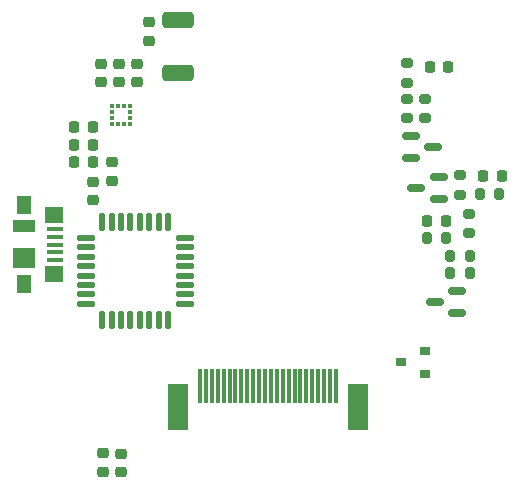
<source format=gbr>
%TF.GenerationSoftware,KiCad,Pcbnew,6.0.7-1.fc35*%
%TF.CreationDate,2022-11-05T20:29:59+01:00*%
%TF.ProjectId,sense_slim,73656e73-655f-4736-9c69-6d2e6b696361,rev?*%
%TF.SameCoordinates,Original*%
%TF.FileFunction,Paste,Bot*%
%TF.FilePolarity,Positive*%
%FSLAX46Y46*%
G04 Gerber Fmt 4.6, Leading zero omitted, Abs format (unit mm)*
G04 Created by KiCad (PCBNEW 6.0.7-1.fc35) date 2022-11-05 20:29:59*
%MOMM*%
%LPD*%
G01*
G04 APERTURE LIST*
G04 Aperture macros list*
%AMRoundRect*
0 Rectangle with rounded corners*
0 $1 Rounding radius*
0 $2 $3 $4 $5 $6 $7 $8 $9 X,Y pos of 4 corners*
0 Add a 4 corners polygon primitive as box body*
4,1,4,$2,$3,$4,$5,$6,$7,$8,$9,$2,$3,0*
0 Add four circle primitives for the rounded corners*
1,1,$1+$1,$2,$3*
1,1,$1+$1,$4,$5*
1,1,$1+$1,$6,$7*
1,1,$1+$1,$8,$9*
0 Add four rect primitives between the rounded corners*
20,1,$1+$1,$2,$3,$4,$5,0*
20,1,$1+$1,$4,$5,$6,$7,0*
20,1,$1+$1,$6,$7,$8,$9,0*
20,1,$1+$1,$8,$9,$2,$3,0*%
G04 Aperture macros list end*
%ADD10RoundRect,0.218750X0.256250X-0.218750X0.256250X0.218750X-0.256250X0.218750X-0.256250X-0.218750X0*%
%ADD11RoundRect,0.225000X0.225000X0.250000X-0.225000X0.250000X-0.225000X-0.250000X0.225000X-0.250000X0*%
%ADD12RoundRect,0.218750X-0.256250X0.218750X-0.256250X-0.218750X0.256250X-0.218750X0.256250X0.218750X0*%
%ADD13RoundRect,0.200000X0.275000X-0.200000X0.275000X0.200000X-0.275000X0.200000X-0.275000X-0.200000X0*%
%ADD14RoundRect,0.200000X0.200000X0.275000X-0.200000X0.275000X-0.200000X-0.275000X0.200000X-0.275000X0*%
%ADD15RoundRect,0.200000X-0.275000X0.200000X-0.275000X-0.200000X0.275000X-0.200000X0.275000X0.200000X0*%
%ADD16RoundRect,0.150000X0.587500X0.150000X-0.587500X0.150000X-0.587500X-0.150000X0.587500X-0.150000X0*%
%ADD17RoundRect,0.218750X0.218750X0.256250X-0.218750X0.256250X-0.218750X-0.256250X0.218750X-0.256250X0*%
%ADD18RoundRect,0.125000X-0.125000X0.625000X-0.125000X-0.625000X0.125000X-0.625000X0.125000X0.625000X0*%
%ADD19RoundRect,0.125000X-0.625000X0.125000X-0.625000X-0.125000X0.625000X-0.125000X0.625000X0.125000X0*%
%ADD20R,1.800000X4.000000*%
%ADD21R,0.300000X3.000000*%
%ADD22RoundRect,0.200000X-0.200000X-0.275000X0.200000X-0.275000X0.200000X0.275000X-0.200000X0.275000X0*%
%ADD23RoundRect,0.225000X-0.225000X-0.250000X0.225000X-0.250000X0.225000X0.250000X-0.225000X0.250000X0*%
%ADD24R,0.375000X0.350000*%
%ADD25R,0.350000X0.375000*%
%ADD26R,1.380000X0.450000*%
%ADD27R,1.300000X1.650000*%
%ADD28R,1.550000X1.425000*%
%ADD29R,1.900000X1.800000*%
%ADD30R,1.900000X1.000000*%
%ADD31R,0.900000X0.800000*%
%ADD32RoundRect,0.249999X1.075001X-0.425001X1.075001X0.425001X-1.075001X0.425001X-1.075001X-0.425001X0*%
%ADD33RoundRect,0.150000X-0.587500X-0.150000X0.587500X-0.150000X0.587500X0.150000X-0.587500X0.150000X0*%
G04 APERTURE END LIST*
D10*
%TO.C,R1*%
X132820002Y-115725955D03*
X132820002Y-114150955D03*
%TD*%
D11*
%TO.C,C26*%
X131975000Y-88000000D03*
X130425000Y-88000000D03*
%TD*%
%TO.C,C23*%
X166595002Y-90688455D03*
X165045002Y-90688455D03*
%TD*%
D12*
%TO.C,C17*%
X132707112Y-81150955D03*
X132707112Y-82725955D03*
%TD*%
D13*
%TO.C,R13*%
X158570002Y-85763455D03*
X158570002Y-84113455D03*
%TD*%
D12*
%TO.C,C18*%
X134207112Y-81150955D03*
X134207112Y-82725955D03*
%TD*%
D14*
%TO.C,R18*%
X163895002Y-97438455D03*
X162245002Y-97438455D03*
%TD*%
D15*
%TO.C,R20*%
X163070002Y-90613455D03*
X163070002Y-92263455D03*
%TD*%
D11*
%TO.C,C22*%
X162095002Y-81438455D03*
X160545002Y-81438455D03*
%TD*%
D15*
%TO.C,R19*%
X160070002Y-84113455D03*
X160070002Y-85763455D03*
%TD*%
D16*
%TO.C,Q4*%
X162787500Y-100400000D03*
X162787500Y-102300000D03*
X160912500Y-101350000D03*
%TD*%
D17*
%TO.C,R2*%
X131987500Y-89500000D03*
X130412500Y-89500000D03*
%TD*%
D18*
%TO.C,U2*%
X132770002Y-94513455D03*
X133570002Y-94513455D03*
X134370002Y-94513455D03*
X135170002Y-94513455D03*
X135970002Y-94513455D03*
X136770002Y-94513455D03*
X137570002Y-94513455D03*
X138370002Y-94513455D03*
D19*
X139745002Y-95888455D03*
X139745002Y-96688455D03*
X139745002Y-97488455D03*
X139745002Y-98288455D03*
X139745002Y-99088455D03*
X139745002Y-99888455D03*
X139745002Y-100688455D03*
X139745002Y-101488455D03*
D18*
X138370002Y-102863455D03*
X137570002Y-102863455D03*
X136770002Y-102863455D03*
X135970002Y-102863455D03*
X135170002Y-102863455D03*
X134370002Y-102863455D03*
X133570002Y-102863455D03*
X132770002Y-102863455D03*
D19*
X131395002Y-101488455D03*
X131395002Y-100688455D03*
X131395002Y-99888455D03*
X131395002Y-99088455D03*
X131395002Y-98288455D03*
X131395002Y-97488455D03*
X131395002Y-96688455D03*
X131395002Y-95888455D03*
%TD*%
D10*
%TO.C,R7*%
X131957112Y-92725955D03*
X131957112Y-91150955D03*
%TD*%
D20*
%TO.C,J1*%
X139160002Y-110198455D03*
X154460002Y-110198455D03*
D21*
X152560002Y-108398455D03*
X152060002Y-108398455D03*
X151560002Y-108398455D03*
X151060002Y-108398455D03*
X150560002Y-108398455D03*
X150060002Y-108398455D03*
X149560002Y-108398455D03*
X149060002Y-108398455D03*
X148560002Y-108398455D03*
X148060002Y-108398455D03*
X147560002Y-108398455D03*
X147060002Y-108398455D03*
X146560002Y-108398455D03*
X146060002Y-108398455D03*
X145560002Y-108398455D03*
X145060002Y-108398455D03*
X144560002Y-108398455D03*
X144060002Y-108398455D03*
X143560002Y-108398455D03*
X143060002Y-108398455D03*
X142560002Y-108398455D03*
X142060002Y-108398455D03*
X141560002Y-108398455D03*
X141060002Y-108398455D03*
%TD*%
D16*
%TO.C,Q3*%
X161257502Y-90738455D03*
X161257502Y-92638455D03*
X159382502Y-91688455D03*
%TD*%
D12*
%TO.C,R9*%
X135707112Y-81150955D03*
X135707112Y-82725955D03*
%TD*%
D22*
%TO.C,R21*%
X162245002Y-98900000D03*
X163895002Y-98900000D03*
%TD*%
D23*
%TO.C,C24*%
X160295002Y-94438455D03*
X161845002Y-94438455D03*
%TD*%
D24*
%TO.C,U5*%
X135162500Y-84750000D03*
X135162500Y-85250000D03*
X135162500Y-85750000D03*
X135162500Y-86250000D03*
D25*
X134650000Y-86262500D03*
X134150000Y-86262500D03*
D24*
X133637500Y-86250000D03*
X133637500Y-85750000D03*
X133637500Y-85250000D03*
X133637500Y-84750000D03*
D25*
X134150000Y-84737500D03*
X134650000Y-84737500D03*
%TD*%
D26*
%TO.C,J2*%
X128780002Y-97768455D03*
X128780002Y-97118455D03*
X128780002Y-96468455D03*
X128780002Y-95818455D03*
X128780002Y-95168455D03*
D27*
X126120002Y-99843455D03*
D28*
X128695002Y-93980955D03*
D27*
X126120002Y-93093455D03*
D29*
X126120002Y-97618455D03*
D28*
X128695002Y-98955955D03*
D30*
X126120002Y-94918455D03*
%TD*%
D31*
%TO.C,Q1*%
X160070002Y-105488455D03*
X160070002Y-107388455D03*
X158070002Y-106438455D03*
%TD*%
D32*
%TO.C,BT1*%
X139207112Y-81938455D03*
X139207112Y-77438455D03*
%TD*%
D12*
%TO.C,C20*%
X136707112Y-77650955D03*
X136707112Y-79225955D03*
%TD*%
D15*
%TO.C,R8*%
X158570002Y-81113455D03*
X158570002Y-82763455D03*
%TD*%
D12*
%TO.C,C21*%
X133600000Y-89512500D03*
X133600000Y-91087500D03*
%TD*%
D14*
%TO.C,R12*%
X161895002Y-95938455D03*
X160245002Y-95938455D03*
%TD*%
D10*
%TO.C,C7*%
X134390000Y-115737500D03*
X134390000Y-114162500D03*
%TD*%
D33*
%TO.C,Q2*%
X158882502Y-89138455D03*
X158882502Y-87238455D03*
X160757502Y-88188455D03*
%TD*%
D17*
%TO.C,C1*%
X131987500Y-86500000D03*
X130412500Y-86500000D03*
%TD*%
D15*
%TO.C,R14*%
X163820002Y-93863455D03*
X163820002Y-95513455D03*
%TD*%
D22*
%TO.C,R10*%
X164745002Y-92188455D03*
X166395002Y-92188455D03*
%TD*%
M02*

</source>
